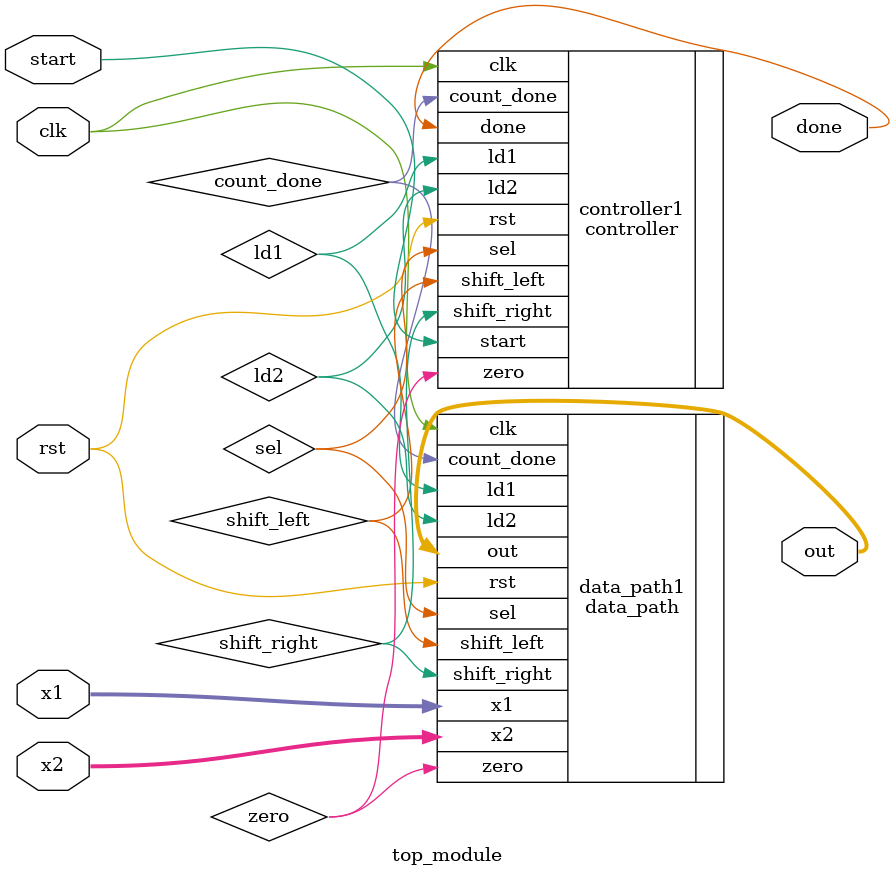
<source format=v>
module top_module (
    input clk,
    input rst,
    input start,
    input [15:0] x1,
    input [15:0] x2,
    output [31:0] out,
    output done
);

    wire ld1 , ld2 , sel , shift_left , shift_right , count_done , zero;
    controller controller1 (
        .clk(clk),
        .rst(rst),
        .start(start),
        .count_done(count_done),
        .ld1(ld1),
        .ld2(ld2),
        .sel(sel),
        .shift_left(shift_left),
        .shift_right(shift_right),
        .done(done),
        .zero(zero)
    );

    data_path data_path1 (
        .clk(clk),
        .rst(rst),
        .shift_left(shift_left),
        .shift_right(shift_right),
        .x1(x1),
        .x2(x2),
        .ld1(ld1),
        .ld2(ld2),
        .sel(sel),
        .out(out),
        .count_done(count_done),
        .zero(zero)
    );
endmodule
</source>
